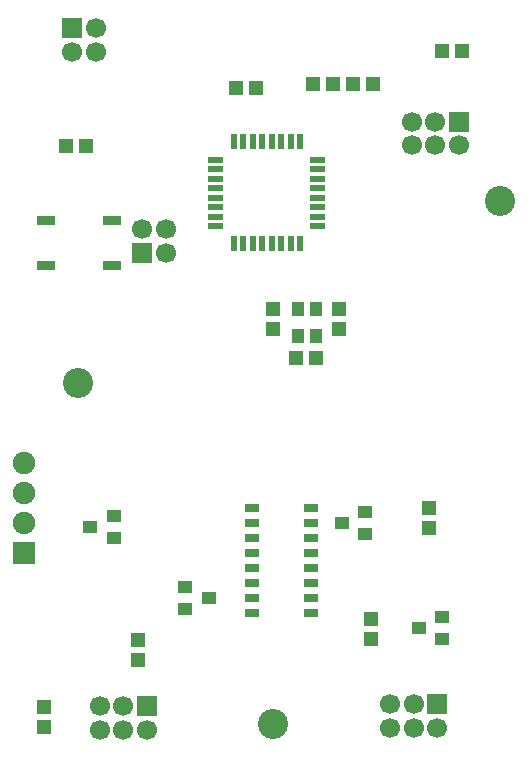
<source format=gbr>
G04 DipTrace Beta 2.9.0.1*
G04 TopMask.gbr*
%MOIN*%
G04 #@! TF.FileFunction,Soldermask,Top*
G04 #@! TF.Part,Single*
%AMOUTLINE0*
4,1,4,
0.03,-0.015,
0.03,0.015,
-0.03,0.015,
-0.03,-0.015,
0.03,-0.015,
0*%
%AMOUTLINE1*
4,1,4,
-0.011,0.025,
-0.011,-0.025,
0.011,-0.025,
0.011,0.025,
-0.011,0.025,
0*%
%AMOUTLINE2*
4,1,4,
-0.025,0.011,
-0.025,-0.011,
0.025,-0.011,
0.025,0.011,
-0.025,0.011,
0*%
%ADD20R,0.066929X0.066929*%
%ADD21C,0.066929*%
%ADD29C,0.1004*%
%ADD34R,0.051307X0.028079*%
%ADD36R,0.043433X0.04737*%
%ADD38C,0.074929*%
%ADD39R,0.074929X0.074929*%
%ADD42R,0.04737X0.041465*%
%ADD44R,0.051307X0.04737*%
%ADD46R,0.04737X0.051307*%
%ADD50OUTLINE0*%
%ADD51OUTLINE1*%
%ADD52OUTLINE2*%
%FSLAX26Y26*%
G04*
G70*
G90*
G75*
G01*
G04 TopMask*
%LPD*%
D46*
X1506470Y1856608D3*
Y1789678D3*
X1287697Y1856608D3*
Y1789678D3*
D44*
X1850535Y2718500D3*
X1917465D3*
X1231465Y2594500D3*
X1164535D3*
D42*
X1850276Y756098D3*
Y830902D3*
X1772223Y793500D3*
X1594276Y1106098D3*
Y1180902D3*
X1516223Y1143500D3*
X756526Y1094098D3*
Y1168902D3*
X678474Y1131500D3*
X994000Y931500D3*
Y856697D3*
X1072052Y894098D3*
D44*
X1618982Y2606686D3*
X1552052D3*
D29*
X638000Y1612500D3*
X1287697Y475213D3*
X2044026Y2219146D3*
D20*
X618630Y2793870D3*
D21*
Y2715130D3*
X697370D3*
Y2793870D3*
D20*
X866492Y533370D3*
D21*
X787752D3*
X709012D3*
Y454630D3*
X787752D3*
X866492D3*
D20*
X1835239Y539619D3*
D21*
X1756499D3*
X1677759D3*
Y460879D3*
X1756499D3*
X1835239D3*
D20*
X1906740Y2481870D3*
D21*
X1828000D3*
X1749260D3*
Y2403130D3*
X1828000D3*
X1906740D3*
D39*
X456360Y1044022D3*
D38*
Y1144022D3*
Y1244022D3*
Y1344022D3*
D20*
X850151Y2044127D3*
D21*
X928891D3*
Y2122867D3*
X850151D3*
D46*
X525117Y462711D3*
Y529640D3*
X838251Y688035D3*
Y754965D3*
D44*
X1431462Y1694091D3*
X1364533D3*
D46*
X1806501Y1194038D3*
Y1127109D3*
X1613000Y756035D3*
Y822965D3*
D44*
X1487465Y2606500D3*
X1420535D3*
X662465Y2402500D3*
X595535D3*
D50*
X750000Y2002500D3*
X530000D3*
X750000Y2152500D3*
X530000D3*
D51*
X1156764Y2075500D3*
X1188260D3*
X1219756D3*
X1251252D3*
X1282748D3*
X1314244D3*
X1345740D3*
X1377236D3*
D52*
X1436000Y2134264D3*
Y2165760D3*
Y2197256D3*
Y2228752D3*
Y2260248D3*
Y2291744D3*
Y2323240D3*
Y2354736D3*
D51*
X1377236Y2413500D3*
X1345740D3*
X1314244D3*
X1282748D3*
X1251252D3*
X1219756D3*
X1188260D3*
X1156764D3*
D52*
X1098000Y2354736D3*
Y2323240D3*
Y2291744D3*
Y2260248D3*
Y2228752D3*
Y2197256D3*
Y2165760D3*
Y2134264D3*
D36*
X1368898Y1856201D3*
Y1768799D3*
X1431102D3*
Y1856201D3*
D34*
X1412749Y844000D3*
Y894000D3*
Y944000D3*
Y994000D3*
Y1044000D3*
Y1094000D3*
Y1144000D3*
Y1194000D3*
X1215899D3*
Y1144000D3*
Y1094000D3*
Y1044000D3*
Y994000D3*
Y944000D3*
Y894000D3*
Y844000D3*
M02*

</source>
